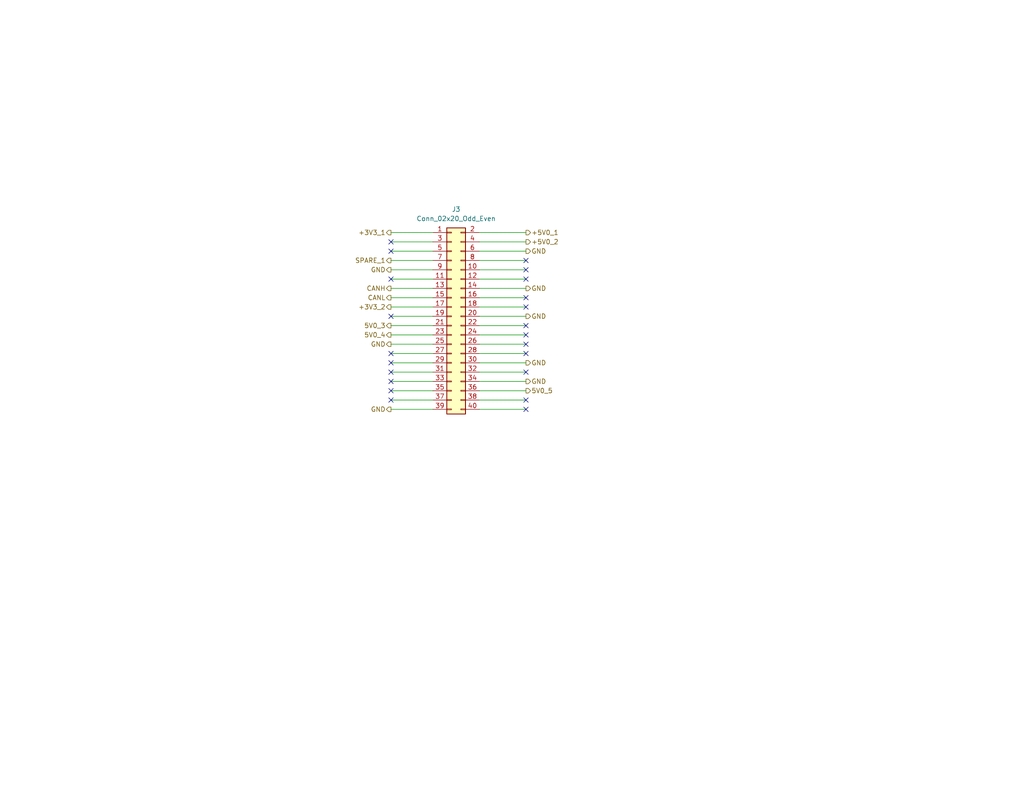
<source format=kicad_sch>
(kicad_sch (version 20211123) (generator eeschema)
  (paper "A")
  (title_block (title "Interboard Connector") (date "2022-01-27"))
  (lib_symbols
    (symbol "Connector_Generic:Conn_02x20_Odd_Even" (pin_names (offset 1.016) hide)
      (property "Reference" "J" (at 1.27 25.4 0))
      (property "Value" "Conn_02x20_Odd_Even" (at 1.27 -27.94 0))
      (symbol "Conn_02x20_Odd_Even_1_1"
        (rectangle (start -1.27 -25.273) (end 0 -25.527) (stroke (width 0.1524)))
        (rectangle (start -1.27 -22.733) (end 0 -22.987) (stroke (width 0.1524)))
        (rectangle (start -1.27 -20.193) (end 0 -20.447) (stroke (width 0.1524)))
        (rectangle (start -1.27 -17.653) (end 0 -17.907) (stroke (width 0.1524)))
        (rectangle (start -1.27 -15.113) (end 0 -15.367) (stroke (width 0.1524)))
        (rectangle (start -1.27 -12.573) (end 0 -12.827) (stroke (width 0.1524)))
        (rectangle (start -1.27 -10.033) (end 0 -10.287) (stroke (width 0.1524)))
        (rectangle (start -1.27 -7.493) (end 0 -7.747) (stroke (width 0.1524)))
        (rectangle (start -1.27 -4.953) (end 0 -5.207) (stroke (width 0.1524)))
        (rectangle (start -1.27 -2.413) (end 0 -2.667) (stroke (width 0.1524)))
        (rectangle (start -1.27 0.127) (end 0 -0.127) (stroke (width 0.1524)))
        (rectangle (start -1.27 2.667) (end 0 2.413) (stroke (width 0.1524)))
        (rectangle (start -1.27 5.207) (end 0 4.953) (stroke (width 0.1524)))
        (rectangle (start -1.27 7.747) (end 0 7.493) (stroke (width 0.1524)))
        (rectangle (start -1.27 10.287) (end 0 10.033) (stroke (width 0.1524)))
        (rectangle (start -1.27 12.827) (end 0 12.573) (stroke (width 0.1524)))
        (rectangle (start -1.27 15.367) (end 0 15.113) (stroke (width 0.1524)))
        (rectangle (start -1.27 17.907) (end 0 17.653) (stroke (width 0.1524)))
        (rectangle (start -1.27 20.447) (end 0 20.193) (stroke (width 0.1524)))
        (rectangle (start -1.27 22.987) (end 0 22.733) (stroke (width 0.1524)))
        (rectangle (start -1.27 24.13) (end 3.81 -26.67) (stroke (width 0.254)) (fill (type background)))
        (rectangle (start 3.81 -25.273) (end 2.54 -25.527) (stroke (width 0.1524)))
        (rectangle (start 3.81 -22.733) (end 2.54 -22.987) (stroke (width 0.1524)))
        (rectangle (start 3.81 -20.193) (end 2.54 -20.447) (stroke (width 0.1524)))
        (rectangle (start 3.81 -17.653) (end 2.54 -17.907) (stroke (width 0.1524)))
        (rectangle (start 3.81 -15.113) (end 2.54 -15.367) (stroke (width 0.1524)))
        (rectangle (start 3.81 -12.573) (end 2.54 -12.827) (stroke (width 0.1524)))
        (rectangle (start 3.81 -10.033) (end 2.54 -10.287) (stroke (width 0.1524)))
        (rectangle (start 3.81 -7.493) (end 2.54 -7.747) (stroke (width 0.1524)))
        (rectangle (start 3.81 -4.953) (end 2.54 -5.207) (stroke (width 0.1524)))
        (rectangle (start 3.81 -2.413) (end 2.54 -2.667) (stroke (width 0.1524)))
        (rectangle (start 3.81 0.127) (end 2.54 -0.127) (stroke (width 0.1524)))
        (rectangle (start 3.81 2.667) (end 2.54 2.413) (stroke (width 0.1524)))
        (rectangle (start 3.81 5.207) (end 2.54 4.953) (stroke (width 0.1524)))
        (rectangle (start 3.81 7.747) (end 2.54 7.493) (stroke (width 0.1524)))
        (rectangle (start 3.81 10.287) (end 2.54 10.033) (stroke (width 0.1524)))
        (rectangle (start 3.81 12.827) (end 2.54 12.573) (stroke (width 0.1524)))
        (rectangle (start 3.81 15.367) (end 2.54 15.113) (stroke (width 0.1524)))
        (rectangle (start 3.81 17.907) (end 2.54 17.653) (stroke (width 0.1524)))
        (rectangle (start 3.81 20.447) (end 2.54 20.193) (stroke (width 0.1524)))
        (rectangle (start 3.81 22.987) (end 2.54 22.733) (stroke (width 0.1524)))
        (pin passive line (at -5.08 22.86 0) (length 3.81) (name "Pin_1") (number "1"))
        (pin passive line (at 7.62 12.7 180) (length 3.81) (name "Pin_10") (number "10"))
        (pin passive line (at -5.08 10.16 0) (length 3.81) (name "Pin_11") (number "11"))
        (pin passive line (at 7.62 10.16 180) (length 3.81) (name "Pin_12") (number "12"))
        (pin passive line (at -5.08 7.62 0) (length 3.81) (name "Pin_13") (number "13"))
        (pin passive line (at 7.62 7.62 180) (length 3.81) (name "Pin_14") (number "14"))
        (pin passive line (at -5.08 5.08 0) (length 3.81) (name "Pin_15") (number "15"))
        (pin passive line (at 7.62 5.08 180) (length 3.81) (name "Pin_16") (number "16"))
        (pin passive line (at -5.08 2.54 0) (length 3.81) (name "Pin_17") (number "17"))
        (pin passive line (at 7.62 2.54 180) (length 3.81) (name "Pin_18") (number "18"))
        (pin passive line (at -5.08 0 0) (length 3.81) (name "Pin_19") (number "19"))
        (pin passive line (at 7.62 22.86 180) (length 3.81) (name "Pin_2") (number "2"))
        (pin passive line (at 7.62 0 180) (length 3.81) (name "Pin_20") (number "20"))
        (pin passive line (at -5.08 -2.54 0) (length 3.81) (name "Pin_21") (number "21"))
        (pin passive line (at 7.62 -2.54 180) (length 3.81) (name "Pin_22") (number "22"))
        (pin passive line (at -5.08 -5.08 0) (length 3.81) (name "Pin_23") (number "23"))
        (pin passive line (at 7.62 -5.08 180) (length 3.81) (name "Pin_24") (number "24"))
        (pin passive line (at -5.08 -7.62 0) (length 3.81) (name "Pin_25") (number "25"))
        (pin passive line (at 7.62 -7.62 180) (length 3.81) (name "Pin_26") (number "26"))
        (pin passive line (at -5.08 -10.16 0) (length 3.81) (name "Pin_27") (number "27"))
        (pin passive line (at 7.62 -10.16 180) (length 3.81) (name "Pin_28") (number "28"))
        (pin passive line (at -5.08 -12.7 0) (length 3.81) (name "Pin_29") (number "29"))
        (pin passive line (at -5.08 20.32 0) (length 3.81) (name "Pin_3") (number "3"))
        (pin passive line (at 7.62 -12.7 180) (length 3.81) (name "Pin_30") (number "30"))
        (pin passive line (at -5.08 -15.24 0) (length 3.81) (name "Pin_31") (number "31"))
        (pin passive line (at 7.62 -15.24 180) (length 3.81) (name "Pin_32") (number "32"))
        (pin passive line (at -5.08 -17.78 0) (length 3.81) (name "Pin_33") (number "33"))
        (pin passive line (at 7.62 -17.78 180) (length 3.81) (name "Pin_34") (number "34"))
        (pin passive line (at -5.08 -20.32 0) (length 3.81) (name "Pin_35") (number "35"))
        (pin passive line (at 7.62 -20.32 180) (length 3.81) (name "Pin_36") (number "36"))
        (pin passive line (at -5.08 -22.86 0) (length 3.81) (name "Pin_37") (number "37"))
        (pin passive line (at 7.62 -22.86 180) (length 3.81) (name "Pin_38") (number "38"))
        (pin passive line (at -5.08 -25.4 0) (length 3.81) (name "Pin_39") (number "39"))
        (pin passive line (at 7.62 20.32 180) (length 3.81) (name "Pin_4") (number "4"))
        (pin passive line (at 7.62 -25.4 180) (length 3.81) (name "Pin_40") (number "40"))
        (pin passive line (at -5.08 17.78 0) (length 3.81) (name "Pin_5") (number "5"))
        (pin passive line (at 7.62 17.78 180) (length 3.81) (name "Pin_6") (number "6"))
        (pin passive line (at -5.08 15.24 0) (length 3.81) (name "Pin_7") (number "7"))
        (pin passive line (at 7.62 15.24 180) (length 3.81) (name "Pin_8") (number "8"))
        (pin passive line (at -5.08 12.7 0) (length 3.81) (name "Pin_9") (number "9"))
      )
    )
  )
  (no_connect (at 106.68 76.2))
  (no_connect (at 143.51 101.6))
  (no_connect (at 143.51 73.66))
  (no_connect (at 143.51 111.76))
  (no_connect (at 143.51 109.22))
  (no_connect (at 143.51 96.52))
  (no_connect (at 143.51 93.98))
  (no_connect (at 143.51 91.44))
  (no_connect (at 143.51 88.9))
  (no_connect (at 143.51 71.12))
  (no_connect (at 143.51 81.28))
  (no_connect (at 143.51 76.2))
  (no_connect (at 106.68 68.58))
  (no_connect (at 106.68 66.04))
  (no_connect (at 106.68 96.52))
  (no_connect (at 106.68 99.06))
  (no_connect (at 106.68 101.6))
  (no_connect (at 106.68 104.14))
  (no_connect (at 106.68 106.68))
  (no_connect (at 106.68 109.22))
  (no_connect (at 106.68 86.36))
  (no_connect (at 143.51 83.82))
  (wire (pts (xy 130.81 93.98) (xy 143.51 93.98)))
  (wire (pts (xy 130.81 68.58) (xy 143.51 68.58)))
  (wire (pts (xy 130.81 63.5) (xy 143.51 63.5)))
  (wire (pts (xy 130.81 111.76) (xy 143.51 111.76)))
  (wire (pts (xy 106.68 93.98) (xy 118.11 93.98)))
  (wire (pts (xy 106.68 104.14) (xy 118.11 104.14)))
  (wire (pts (xy 106.68 68.58) (xy 118.11 68.58)))
  (wire (pts (xy 106.68 71.12) (xy 118.11 71.12)))
  (wire (pts (xy 130.81 91.44) (xy 143.51 91.44)))
  (wire (pts (xy 130.81 99.06) (xy 143.51 99.06)))
  (wire (pts (xy 106.68 66.04) (xy 118.11 66.04)))
  (wire (pts (xy 130.81 81.28) (xy 143.51 81.28)))
  (wire (pts (xy 130.81 106.68) (xy 143.51 106.68)))
  (wire (pts (xy 106.68 111.76) (xy 118.11 111.76)))
  (wire (pts (xy 106.68 101.6) (xy 118.11 101.6)))
  (wire (pts (xy 130.81 66.04) (xy 143.51 66.04)))
  (wire (pts (xy 106.68 86.36) (xy 118.11 86.36)))
  (wire (pts (xy 130.81 76.2) (xy 143.51 76.2)))
  (wire (pts (xy 130.81 101.6) (xy 143.51 101.6)))
  (wire (pts (xy 106.68 78.74) (xy 118.11 78.74)))
  (wire (pts (xy 130.81 73.66) (xy 143.51 73.66)))
  (wire (pts (xy 118.11 106.68) (xy 106.68 106.68)))
  (wire (pts (xy 130.81 88.9) (xy 143.51 88.9)))
  (wire (pts (xy 130.81 83.82) (xy 143.51 83.82)))
  (wire (pts (xy 130.81 104.14) (xy 143.51 104.14)))
  (wire (pts (xy 106.68 76.2) (xy 118.11 76.2)))
  (wire (pts (xy 106.68 96.52) (xy 118.11 96.52)))
  (wire (pts (xy 106.68 109.22) (xy 118.11 109.22)))
  (wire (pts (xy 106.68 63.5) (xy 118.11 63.5)))
  (wire (pts (xy 106.68 88.9) (xy 118.11 88.9)))
  (wire (pts (xy 106.68 83.82) (xy 118.11 83.82)))
  (wire (pts (xy 130.81 71.12) (xy 143.51 71.12)))
  (wire (pts (xy 130.81 86.36) (xy 143.51 86.36)))
  (wire (pts (xy 106.68 91.44) (xy 118.11 91.44)))
  (wire (pts (xy 106.68 81.28) (xy 118.11 81.28)))
  (wire (pts (xy 130.81 109.22) (xy 143.51 109.22)))
  (wire (pts (xy 106.68 99.06) (xy 118.11 99.06)))
  (wire (pts (xy 130.81 78.74) (xy 143.51 78.74)))
  (wire (pts (xy 130.81 96.52) (xy 143.51 96.52)))
  (wire (pts (xy 106.68 73.66) (xy 118.11 73.66)))
  (hierarchical_label "CANH" (shape output) (at 106.68 78.74 180))
  (hierarchical_label "GND" (shape output) (at 106.68 73.66 180))
  (hierarchical_label "GND" (shape output) (at 143.51 86.36 0))
  (hierarchical_label "5V0_5" (shape output) (at 143.51 106.68 0))
  (hierarchical_label "SPARE_1" (shape output) (at 106.68 71.12 180))
  (hierarchical_label "+3V3_2" (shape output) (at 106.68 83.82 180))
  (hierarchical_label "GND" (shape output) (at 143.51 68.58 0))
  (hierarchical_label "CANL" (shape output) (at 106.68 81.28 180))
  (hierarchical_label "5V0_4" (shape output) (at 106.68 91.44 180))
  (hierarchical_label "+5V0_1" (shape output) (at 143.51 63.5 0))
  (hierarchical_label "GND" (shape output) (at 143.51 78.74 0))
  (hierarchical_label "+5V0_2" (shape output) (at 143.51 66.04 0))
  (hierarchical_label "GND" (shape output) (at 106.68 111.76 180))
  (hierarchical_label "GND" (shape output) (at 143.51 104.14 0))
  (hierarchical_label "+3V3_1" (shape output) (at 106.68 63.5 180))
  (hierarchical_label "5V0_3" (shape output) (at 106.68 88.9 180))
  (hierarchical_label "GND" (shape output) (at 143.51 99.06 0))
  (hierarchical_label "GND" (shape output) (at 106.68 93.98 180))
  (symbol (lib_id "Connector_Generic:Conn_02x20_Odd_Even") (at 123.19 86.36 0) (unit 1)
    (property "Reference" "J3" (at 124.46 57.15 0))
    (property "Value" "Conn_02x20_Odd_Even" (at 124.46 59.69 0))
    (property "Footprint" "Connector_PinHeader_2.54mm:PinHeader_2x20_P2.54mm_Vertical" (effects hide))
  )
)
</source>
